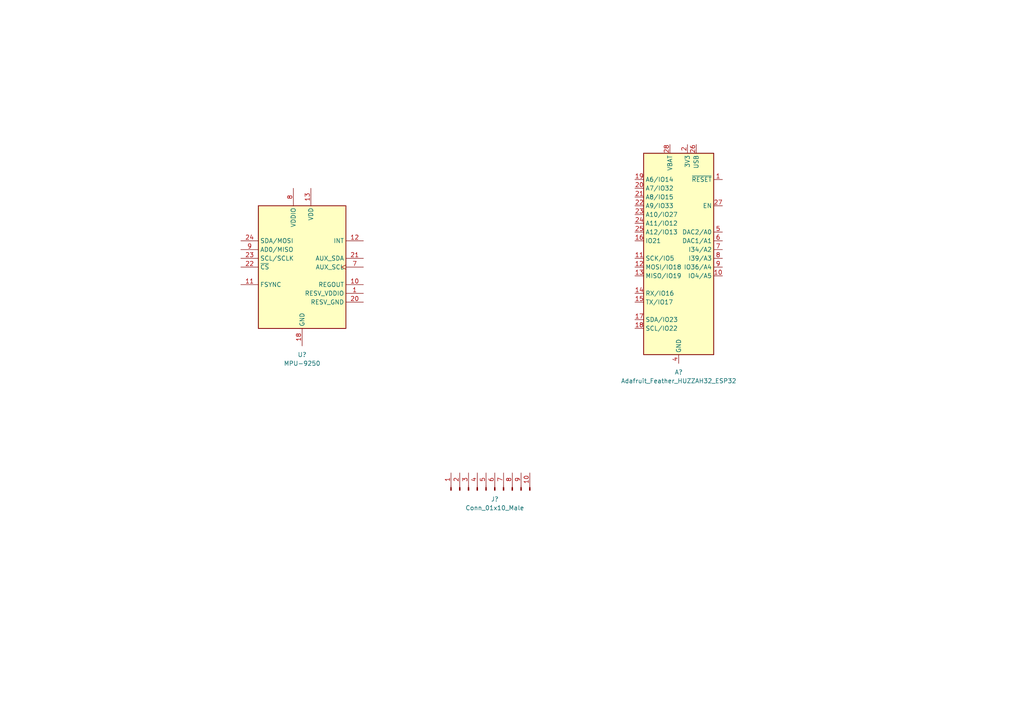
<source format=kicad_sch>
(kicad_sch (version 20201015) (generator eeschema)
  (page 1 1)
  (paper "A4")
  (lib_symbols
    (symbol "Connector:Conn_01x10_Male" (pin_names (offset 1.016) hide)
      (property "Reference" "J" (at 0 12.7 0))
      (property "Value" "Conn_01x10_Male" (at 0 -15.24 0))
      (symbol "Conn_01x10_Male_1_1"
        (rectangle (start 0.8636 -12.573) (end 0 -12.827) (stroke (width 0.1524)) (fill (type outline)))
        (rectangle (start 0.8636 -10.033) (end 0 -10.287) (stroke (width 0.1524)) (fill (type outline)))
        (rectangle (start 0.8636 -7.493) (end 0 -7.747) (stroke (width 0.1524)) (fill (type outline)))
        (rectangle (start 0.8636 -4.953) (end 0 -5.207) (stroke (width 0.1524)) (fill (type outline)))
        (rectangle (start 0.8636 -2.413) (end 0 -2.667) (stroke (width 0.1524)) (fill (type outline)))
        (rectangle (start 0.8636 0.127) (end 0 -0.127) (stroke (width 0.1524)) (fill (type outline)))
        (rectangle (start 0.8636 2.667) (end 0 2.413) (stroke (width 0.1524)) (fill (type outline)))
        (rectangle (start 0.8636 5.207) (end 0 4.953) (stroke (width 0.1524)) (fill (type outline)))
        (rectangle (start 0.8636 7.747) (end 0 7.493) (stroke (width 0.1524)) (fill (type outline)))
        (rectangle (start 0.8636 10.287) (end 0 10.033) (stroke (width 0.1524)) (fill (type outline)))
        (polyline (pts (xy 1.27 -12.7) (xy 0.8636 -12.7)) (stroke (width 0.1524)))
        (polyline (pts (xy 1.27 -10.16) (xy 0.8636 -10.16)) (stroke (width 0.1524)))
        (polyline (pts (xy 1.27 -7.62) (xy 0.8636 -7.62)) (stroke (width 0.1524)))
        (polyline (pts (xy 1.27 -5.08) (xy 0.8636 -5.08)) (stroke (width 0.1524)))
        (polyline (pts (xy 1.27 -2.54) (xy 0.8636 -2.54)) (stroke (width 0.1524)))
        (polyline (pts (xy 1.27 0) (xy 0.8636 0)) (stroke (width 0.1524)))
        (polyline (pts (xy 1.27 2.54) (xy 0.8636 2.54)) (stroke (width 0.1524)))
        (polyline (pts (xy 1.27 5.08) (xy 0.8636 5.08)) (stroke (width 0.1524)))
        (polyline (pts (xy 1.27 7.62) (xy 0.8636 7.62)) (stroke (width 0.1524)))
        (polyline (pts (xy 1.27 10.16) (xy 0.8636 10.16)) (stroke (width 0.1524)))
        (pin passive line (at 5.08 10.16 180) (length 3.81) (name "Pin_1") (number "1"))
        (pin passive line (at 5.08 -12.7 180) (length 3.81) (name "Pin_10") (number "10"))
        (pin passive line (at 5.08 7.62 180) (length 3.81) (name "Pin_2") (number "2"))
        (pin passive line (at 5.08 5.08 180) (length 3.81) (name "Pin_3") (number "3"))
        (pin passive line (at 5.08 2.54 180) (length 3.81) (name "Pin_4") (number "4"))
        (pin passive line (at 5.08 0 180) (length 3.81) (name "Pin_5") (number "5"))
        (pin passive line (at 5.08 -2.54 180) (length 3.81) (name "Pin_6") (number "6"))
        (pin passive line (at 5.08 -5.08 180) (length 3.81) (name "Pin_7") (number "7"))
        (pin passive line (at 5.08 -7.62 180) (length 3.81) (name "Pin_8") (number "8"))
        (pin passive line (at 5.08 -10.16 180) (length 3.81) (name "Pin_9") (number "9"))
      )
    )
    (symbol "MCU_Module:Adafruit_Feather_HUZZAH32_ESP32"
      (property "Reference" "A" (at -10.16 29.21 0))
      (property "Value" "Adafruit_Feather_HUZZAH32_ESP32" (at 2.54 -31.75 0))
      (symbol "Adafruit_Feather_HUZZAH32_ESP32_0_1"
        (rectangle (start -10.16 27.94) (end 10.16 -30.48) (stroke (width 0.254)) (fill (type background)))
      )
      (symbol "Adafruit_Feather_HUZZAH32_ESP32_1_1"
        (pin input line (at 12.7 20.32 180) (length 2.54) (name "~RESET") (number "1"))
        (pin bidirectional line (at 12.7 -7.62 180) (length 2.54) (name "IO4/A5") (number "10"))
        (pin bidirectional line (at -12.7 -2.54 0) (length 2.54) (name "SCK/IO5") (number "11"))
        (pin bidirectional line (at -12.7 -5.08 0) (length 2.54) (name "MOSI/IO18") (number "12"))
        (pin bidirectional line (at -12.7 -7.62 0) (length 2.54) (name "MISO/IO19") (number "13"))
        (pin bidirectional line (at -12.7 -12.7 0) (length 2.54) (name "RX/IO16") (number "14"))
        (pin bidirectional line (at -12.7 -15.24 0) (length 2.54) (name "TX/IO17") (number "15"))
        (pin bidirectional line (at -12.7 2.54 0) (length 2.54) (name "IO21") (number "16"))
        (pin bidirectional line (at -12.7 -20.32 0) (length 2.54) (name "SDA/IO23") (number "17"))
        (pin bidirectional line (at -12.7 -22.86 0) (length 2.54) (name "SCL/IO22") (number "18"))
        (pin bidirectional line (at -12.7 20.32 0) (length 2.54) (name "A6/IO14") (number "19"))
        (pin power_in line (at 2.54 30.48 270) (length 2.54) (name "3V3") (number "2"))
        (pin bidirectional line (at -12.7 17.78 0) (length 2.54) (name "A7/IO32") (number "20"))
        (pin bidirectional line (at -12.7 15.24 0) (length 2.54) (name "A8/IO15") (number "21"))
        (pin bidirectional line (at -12.7 12.7 0) (length 2.54) (name "A9/IO33") (number "22"))
        (pin bidirectional line (at -12.7 10.16 0) (length 2.54) (name "A10/IO27") (number "23"))
        (pin bidirectional line (at -12.7 7.62 0) (length 2.54) (name "A11/IO12") (number "24"))
        (pin bidirectional line (at -12.7 5.08 0) (length 2.54) (name "A12/IO13") (number "25"))
        (pin power_in line (at 5.08 30.48 270) (length 2.54) (name "USB") (number "26"))
        (pin input line (at 12.7 12.7 180) (length 2.54) (name "EN") (number "27"))
        (pin power_in line (at -2.54 30.48 270) (length 2.54) (name "VBAT") (number "28"))
        (pin unconnected line (at 10.16 10.16 180) (length 2.54) hide (name "NC") (number "3"))
        (pin power_in line (at 0 -33.02 90) (length 2.54) (name "GND") (number "4"))
        (pin bidirectional line (at 12.7 5.08 180) (length 2.54) (name "DAC2/A0") (number "5"))
        (pin bidirectional line (at 12.7 2.54 180) (length 2.54) (name "DAC1/A1") (number "6"))
        (pin bidirectional line (at 12.7 0 180) (length 2.54) (name "I34/A2") (number "7"))
        (pin bidirectional line (at 12.7 -2.54 180) (length 2.54) (name "I39/A3") (number "8"))
        (pin bidirectional line (at 12.7 -5.08 180) (length 2.54) (name "IO36/A4") (number "9"))
      )
    )
    (symbol "Sensor_Motion:MPU-9250"
      (property "Reference" "U" (at -11.43 19.05 0))
      (property "Value" "MPU-9250" (at 7.62 -19.05 0))
      (symbol "MPU-9250_0_1"
        (rectangle (start -12.7 17.78) (end 12.7 -17.78) (stroke (width 0.254)) (fill (type background)))
      )
      (symbol "MPU-9250_1_1"
        (pin input line (at 17.78 -7.62 180) (length 5.08) (name "RESV_VDDIO") (number "1"))
        (pin passive line (at 17.78 -5.08 180) (length 5.08) (name "REGOUT") (number "10"))
        (pin input line (at -17.78 -5.08 0) (length 5.08) (name "FSYNC") (number "11"))
        (pin output line (at 17.78 7.62 180) (length 5.08) (name "INT") (number "12"))
        (pin power_in line (at 2.54 22.86 270) (length 5.08) (name "VDD") (number "13"))
        (pin power_in line (at 0 -22.86 90) (length 5.08) (name "GND") (number "18"))
        (pin power_in line (at 17.78 -10.16 180) (length 5.08) (name "RESV_GND") (number "20"))
        (pin bidirectional line (at 17.78 2.54 180) (length 5.08) (name "AUX_SDA") (number "21"))
        (pin input line (at -17.78 0 0) (length 5.08) (name "~CS") (number "22"))
        (pin input line (at -17.78 2.54 0) (length 5.08) (name "SCL/SCLK") (number "23"))
        (pin bidirectional line (at -17.78 7.62 0) (length 5.08) (name "SDA/MOSI") (number "24"))
        (pin output clock (at 17.78 0 180) (length 5.08) (name "AUX_SCL") (number "7"))
        (pin power_in line (at -2.54 22.86 270) (length 5.08) (name "VDDIO") (number "8"))
        (pin bidirectional line (at -17.78 5.08 0) (length 5.08) (name "AD0/MISO") (number "9"))
      )
    )
  )
  (symbol (lib_id "Connector:Conn_01x10_Male") (at 140.97 142.24 90) (unit 1)
    (property "Reference" "J?" (at 143.51 144.78 90))
    (property "Value" "Conn_01x10_Male" (at 143.51 147.32 90))
  )
  (symbol (lib_id "MCU_Module:Adafruit_Feather_HUZZAH32_ESP32") (at 196.85 72.39 0) (unit 1)
    (property "Reference" "A?" (at 196.85 107.95 0))
    (property "Value" "Adafruit_Feather_HUZZAH32_ESP32" (at 196.85 110.49 0))
    (property "Footprint" "Module:Adafruit_Feather" (effects hide))
    (property "Datasheet" "https://cdn-learn.adafruit.com/downloads/pdf/adafruit-huzzah32-esp32-feather.pdf" (effects hide))
  )
  (symbol (lib_id "Sensor_Motion:MPU-9250") (at 87.63 77.47 0) (unit 1)
    (property "Reference" "U?" (at 87.63 102.87 0))
    (property "Value" "MPU-9250" (at 87.63 105.41 0))
    (property "Footprint" "Sensor_Motion:InvenSense_QFN-24_3x3mm_P0.4mm" (effects hide))
    (property "Datasheet" "https://store.invensense.com/datasheets/invensense/MPU9250REV1.0.pdf" (effects hide))
  )
)
</source>
